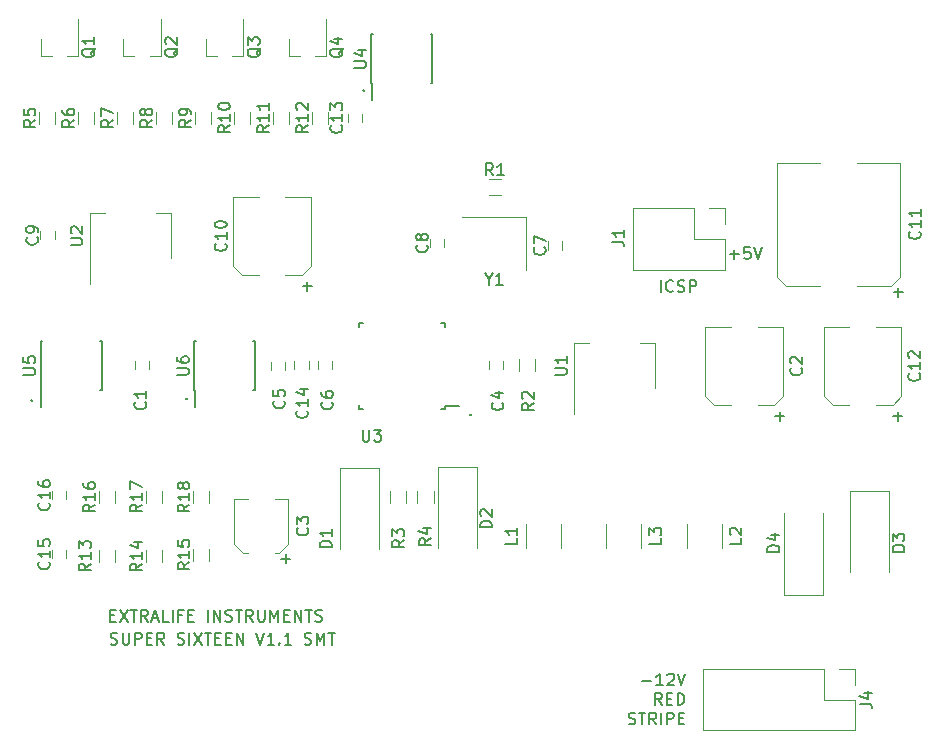
<source format=gbr>
G04 #@! TF.GenerationSoftware,KiCad,Pcbnew,(5.1.2)-1*
G04 #@! TF.CreationDate,2019-12-13T22:05:17-08:00*
G04 #@! TF.ProjectId,kicad-cpu-board-smt,6b696361-642d-4637-9075-2d626f617264,rev?*
G04 #@! TF.SameCoordinates,Original*
G04 #@! TF.FileFunction,Legend,Top*
G04 #@! TF.FilePolarity,Positive*
%FSLAX46Y46*%
G04 Gerber Fmt 4.6, Leading zero omitted, Abs format (unit mm)*
G04 Created by KiCad (PCBNEW (5.1.2)-1) date 2019-12-13 22:05:17*
%MOMM*%
%LPD*%
G04 APERTURE LIST*
%ADD10C,0.150000*%
%ADD11C,0.120000*%
G04 APERTURE END LIST*
D10*
X42753280Y-22630402D02*
X42800899Y-22678021D01*
X42753280Y-22725640D01*
X42705660Y-22678021D01*
X42753280Y-22630402D01*
X42753280Y-22725640D01*
X51841400Y-50085262D02*
X51889019Y-50132881D01*
X51841400Y-50180500D01*
X51793780Y-50132881D01*
X51841400Y-50085262D01*
X51841400Y-50180500D01*
X14660880Y-48883842D02*
X14708499Y-48931461D01*
X14660880Y-48979080D01*
X14613260Y-48931461D01*
X14660880Y-48883842D01*
X14660880Y-48979080D01*
X27795220Y-48721282D02*
X27842839Y-48768901D01*
X27795220Y-48816520D01*
X27747600Y-48768901D01*
X27795220Y-48721282D01*
X27795220Y-48816520D01*
X67923809Y-39752380D02*
X67923809Y-38752380D01*
X68971428Y-39657142D02*
X68923809Y-39704761D01*
X68780952Y-39752380D01*
X68685714Y-39752380D01*
X68542857Y-39704761D01*
X68447619Y-39609523D01*
X68400000Y-39514285D01*
X68352380Y-39323809D01*
X68352380Y-39180952D01*
X68400000Y-38990476D01*
X68447619Y-38895238D01*
X68542857Y-38800000D01*
X68685714Y-38752380D01*
X68780952Y-38752380D01*
X68923809Y-38800000D01*
X68971428Y-38847619D01*
X69352380Y-39704761D02*
X69495238Y-39752380D01*
X69733333Y-39752380D01*
X69828571Y-39704761D01*
X69876190Y-39657142D01*
X69923809Y-39561904D01*
X69923809Y-39466666D01*
X69876190Y-39371428D01*
X69828571Y-39323809D01*
X69733333Y-39276190D01*
X69542857Y-39228571D01*
X69447619Y-39180952D01*
X69400000Y-39133333D01*
X69352380Y-39038095D01*
X69352380Y-38942857D01*
X69400000Y-38847619D01*
X69447619Y-38800000D01*
X69542857Y-38752380D01*
X69780952Y-38752380D01*
X69923809Y-38800000D01*
X70352380Y-39752380D02*
X70352380Y-38752380D01*
X70733333Y-38752380D01*
X70828571Y-38800000D01*
X70876190Y-38847619D01*
X70923809Y-38942857D01*
X70923809Y-39085714D01*
X70876190Y-39180952D01*
X70828571Y-39228571D01*
X70733333Y-39276190D01*
X70352380Y-39276190D01*
X73764285Y-36571428D02*
X74526190Y-36571428D01*
X74145238Y-36952380D02*
X74145238Y-36190476D01*
X75478571Y-35952380D02*
X75002380Y-35952380D01*
X74954761Y-36428571D01*
X75002380Y-36380952D01*
X75097619Y-36333333D01*
X75335714Y-36333333D01*
X75430952Y-36380952D01*
X75478571Y-36428571D01*
X75526190Y-36523809D01*
X75526190Y-36761904D01*
X75478571Y-36857142D01*
X75430952Y-36904761D01*
X75335714Y-36952380D01*
X75097619Y-36952380D01*
X75002380Y-36904761D01*
X74954761Y-36857142D01*
X75811904Y-35952380D02*
X76145238Y-36952380D01*
X76478571Y-35952380D01*
X66340595Y-72671428D02*
X67102500Y-72671428D01*
X68102500Y-73052380D02*
X67531071Y-73052380D01*
X67816785Y-73052380D02*
X67816785Y-72052380D01*
X67721547Y-72195238D01*
X67626309Y-72290476D01*
X67531071Y-72338095D01*
X68483452Y-72147619D02*
X68531071Y-72100000D01*
X68626309Y-72052380D01*
X68864404Y-72052380D01*
X68959642Y-72100000D01*
X69007261Y-72147619D01*
X69054880Y-72242857D01*
X69054880Y-72338095D01*
X69007261Y-72480952D01*
X68435833Y-73052380D01*
X69054880Y-73052380D01*
X69340595Y-72052380D02*
X69673928Y-73052380D01*
X70007261Y-72052380D01*
X68007261Y-74702380D02*
X67673928Y-74226190D01*
X67435833Y-74702380D02*
X67435833Y-73702380D01*
X67816785Y-73702380D01*
X67912023Y-73750000D01*
X67959642Y-73797619D01*
X68007261Y-73892857D01*
X68007261Y-74035714D01*
X67959642Y-74130952D01*
X67912023Y-74178571D01*
X67816785Y-74226190D01*
X67435833Y-74226190D01*
X68435833Y-74178571D02*
X68769166Y-74178571D01*
X68912023Y-74702380D02*
X68435833Y-74702380D01*
X68435833Y-73702380D01*
X68912023Y-73702380D01*
X69340595Y-74702380D02*
X69340595Y-73702380D01*
X69578690Y-73702380D01*
X69721547Y-73750000D01*
X69816785Y-73845238D01*
X69864404Y-73940476D01*
X69912023Y-74130952D01*
X69912023Y-74273809D01*
X69864404Y-74464285D01*
X69816785Y-74559523D01*
X69721547Y-74654761D01*
X69578690Y-74702380D01*
X69340595Y-74702380D01*
X65197738Y-76304761D02*
X65340595Y-76352380D01*
X65578690Y-76352380D01*
X65673928Y-76304761D01*
X65721547Y-76257142D01*
X65769166Y-76161904D01*
X65769166Y-76066666D01*
X65721547Y-75971428D01*
X65673928Y-75923809D01*
X65578690Y-75876190D01*
X65388214Y-75828571D01*
X65292976Y-75780952D01*
X65245357Y-75733333D01*
X65197738Y-75638095D01*
X65197738Y-75542857D01*
X65245357Y-75447619D01*
X65292976Y-75400000D01*
X65388214Y-75352380D01*
X65626309Y-75352380D01*
X65769166Y-75400000D01*
X66054880Y-75352380D02*
X66626309Y-75352380D01*
X66340595Y-76352380D02*
X66340595Y-75352380D01*
X67531071Y-76352380D02*
X67197738Y-75876190D01*
X66959642Y-76352380D02*
X66959642Y-75352380D01*
X67340595Y-75352380D01*
X67435833Y-75400000D01*
X67483452Y-75447619D01*
X67531071Y-75542857D01*
X67531071Y-75685714D01*
X67483452Y-75780952D01*
X67435833Y-75828571D01*
X67340595Y-75876190D01*
X66959642Y-75876190D01*
X67959642Y-76352380D02*
X67959642Y-75352380D01*
X68435833Y-76352380D02*
X68435833Y-75352380D01*
X68816785Y-75352380D01*
X68912023Y-75400000D01*
X68959642Y-75447619D01*
X69007261Y-75542857D01*
X69007261Y-75685714D01*
X68959642Y-75780952D01*
X68912023Y-75828571D01*
X68816785Y-75876190D01*
X68435833Y-75876190D01*
X69435833Y-75828571D02*
X69769166Y-75828571D01*
X69912023Y-76352380D02*
X69435833Y-76352380D01*
X69435833Y-75352380D01*
X69912023Y-75352380D01*
X21347619Y-69554761D02*
X21490476Y-69602380D01*
X21728571Y-69602380D01*
X21823809Y-69554761D01*
X21871428Y-69507142D01*
X21919047Y-69411904D01*
X21919047Y-69316666D01*
X21871428Y-69221428D01*
X21823809Y-69173809D01*
X21728571Y-69126190D01*
X21538095Y-69078571D01*
X21442857Y-69030952D01*
X21395238Y-68983333D01*
X21347619Y-68888095D01*
X21347619Y-68792857D01*
X21395238Y-68697619D01*
X21442857Y-68650000D01*
X21538095Y-68602380D01*
X21776190Y-68602380D01*
X21919047Y-68650000D01*
X22347619Y-68602380D02*
X22347619Y-69411904D01*
X22395238Y-69507142D01*
X22442857Y-69554761D01*
X22538095Y-69602380D01*
X22728571Y-69602380D01*
X22823809Y-69554761D01*
X22871428Y-69507142D01*
X22919047Y-69411904D01*
X22919047Y-68602380D01*
X23395238Y-69602380D02*
X23395238Y-68602380D01*
X23776190Y-68602380D01*
X23871428Y-68650000D01*
X23919047Y-68697619D01*
X23966666Y-68792857D01*
X23966666Y-68935714D01*
X23919047Y-69030952D01*
X23871428Y-69078571D01*
X23776190Y-69126190D01*
X23395238Y-69126190D01*
X24395238Y-69078571D02*
X24728571Y-69078571D01*
X24871428Y-69602380D02*
X24395238Y-69602380D01*
X24395238Y-68602380D01*
X24871428Y-68602380D01*
X25871428Y-69602380D02*
X25538095Y-69126190D01*
X25300000Y-69602380D02*
X25300000Y-68602380D01*
X25680952Y-68602380D01*
X25776190Y-68650000D01*
X25823809Y-68697619D01*
X25871428Y-68792857D01*
X25871428Y-68935714D01*
X25823809Y-69030952D01*
X25776190Y-69078571D01*
X25680952Y-69126190D01*
X25300000Y-69126190D01*
X27014285Y-69554761D02*
X27157142Y-69602380D01*
X27395238Y-69602380D01*
X27490476Y-69554761D01*
X27538095Y-69507142D01*
X27585714Y-69411904D01*
X27585714Y-69316666D01*
X27538095Y-69221428D01*
X27490476Y-69173809D01*
X27395238Y-69126190D01*
X27204761Y-69078571D01*
X27109523Y-69030952D01*
X27061904Y-68983333D01*
X27014285Y-68888095D01*
X27014285Y-68792857D01*
X27061904Y-68697619D01*
X27109523Y-68650000D01*
X27204761Y-68602380D01*
X27442857Y-68602380D01*
X27585714Y-68650000D01*
X28014285Y-69602380D02*
X28014285Y-68602380D01*
X28395238Y-68602380D02*
X29061904Y-69602380D01*
X29061904Y-68602380D02*
X28395238Y-69602380D01*
X29300000Y-68602380D02*
X29871428Y-68602380D01*
X29585714Y-69602380D02*
X29585714Y-68602380D01*
X30204761Y-69078571D02*
X30538095Y-69078571D01*
X30680952Y-69602380D02*
X30204761Y-69602380D01*
X30204761Y-68602380D01*
X30680952Y-68602380D01*
X31109523Y-69078571D02*
X31442857Y-69078571D01*
X31585714Y-69602380D02*
X31109523Y-69602380D01*
X31109523Y-68602380D01*
X31585714Y-68602380D01*
X32014285Y-69602380D02*
X32014285Y-68602380D01*
X32585714Y-69602380D01*
X32585714Y-68602380D01*
X33680952Y-68602380D02*
X34014285Y-69602380D01*
X34347619Y-68602380D01*
X35204761Y-69602380D02*
X34633333Y-69602380D01*
X34919047Y-69602380D02*
X34919047Y-68602380D01*
X34823809Y-68745238D01*
X34728571Y-68840476D01*
X34633333Y-68888095D01*
X35633333Y-69507142D02*
X35680952Y-69554761D01*
X35633333Y-69602380D01*
X35585714Y-69554761D01*
X35633333Y-69507142D01*
X35633333Y-69602380D01*
X36633333Y-69602380D02*
X36061904Y-69602380D01*
X36347619Y-69602380D02*
X36347619Y-68602380D01*
X36252380Y-68745238D01*
X36157142Y-68840476D01*
X36061904Y-68888095D01*
X37776190Y-69554761D02*
X37919047Y-69602380D01*
X38157142Y-69602380D01*
X38252380Y-69554761D01*
X38299999Y-69507142D01*
X38347619Y-69411904D01*
X38347619Y-69316666D01*
X38299999Y-69221428D01*
X38252380Y-69173809D01*
X38157142Y-69126190D01*
X37966666Y-69078571D01*
X37871428Y-69030952D01*
X37823809Y-68983333D01*
X37776190Y-68888095D01*
X37776190Y-68792857D01*
X37823809Y-68697619D01*
X37871428Y-68650000D01*
X37966666Y-68602380D01*
X38204761Y-68602380D01*
X38347619Y-68650000D01*
X38776190Y-69602380D02*
X38776190Y-68602380D01*
X39109523Y-69316666D01*
X39442857Y-68602380D01*
X39442857Y-69602380D01*
X39776190Y-68602380D02*
X40347619Y-68602380D01*
X40061904Y-69602380D02*
X40061904Y-68602380D01*
X21297619Y-67128571D02*
X21630952Y-67128571D01*
X21773809Y-67652380D02*
X21297619Y-67652380D01*
X21297619Y-66652380D01*
X21773809Y-66652380D01*
X22107142Y-66652380D02*
X22773809Y-67652380D01*
X22773809Y-66652380D02*
X22107142Y-67652380D01*
X23011904Y-66652380D02*
X23583333Y-66652380D01*
X23297619Y-67652380D02*
X23297619Y-66652380D01*
X24488095Y-67652380D02*
X24154761Y-67176190D01*
X23916666Y-67652380D02*
X23916666Y-66652380D01*
X24297619Y-66652380D01*
X24392857Y-66700000D01*
X24440476Y-66747619D01*
X24488095Y-66842857D01*
X24488095Y-66985714D01*
X24440476Y-67080952D01*
X24392857Y-67128571D01*
X24297619Y-67176190D01*
X23916666Y-67176190D01*
X24869047Y-67366666D02*
X25345238Y-67366666D01*
X24773809Y-67652380D02*
X25107142Y-66652380D01*
X25440476Y-67652380D01*
X26250000Y-67652380D02*
X25773809Y-67652380D01*
X25773809Y-66652380D01*
X26583333Y-67652380D02*
X26583333Y-66652380D01*
X27392857Y-67128571D02*
X27059523Y-67128571D01*
X27059523Y-67652380D02*
X27059523Y-66652380D01*
X27535714Y-66652380D01*
X27916666Y-67128571D02*
X28250000Y-67128571D01*
X28392857Y-67652380D02*
X27916666Y-67652380D01*
X27916666Y-66652380D01*
X28392857Y-66652380D01*
X29583333Y-67652380D02*
X29583333Y-66652380D01*
X30059523Y-67652380D02*
X30059523Y-66652380D01*
X30630952Y-67652380D01*
X30630952Y-66652380D01*
X31059523Y-67604761D02*
X31202380Y-67652380D01*
X31440476Y-67652380D01*
X31535714Y-67604761D01*
X31583333Y-67557142D01*
X31630952Y-67461904D01*
X31630952Y-67366666D01*
X31583333Y-67271428D01*
X31535714Y-67223809D01*
X31440476Y-67176190D01*
X31250000Y-67128571D01*
X31154761Y-67080952D01*
X31107142Y-67033333D01*
X31059523Y-66938095D01*
X31059523Y-66842857D01*
X31107142Y-66747619D01*
X31154761Y-66700000D01*
X31250000Y-66652380D01*
X31488095Y-66652380D01*
X31630952Y-66700000D01*
X31916666Y-66652380D02*
X32488095Y-66652380D01*
X32202380Y-67652380D02*
X32202380Y-66652380D01*
X33392857Y-67652380D02*
X33059523Y-67176190D01*
X32821428Y-67652380D02*
X32821428Y-66652380D01*
X33202380Y-66652380D01*
X33297619Y-66700000D01*
X33345238Y-66747619D01*
X33392857Y-66842857D01*
X33392857Y-66985714D01*
X33345238Y-67080952D01*
X33297619Y-67128571D01*
X33202380Y-67176190D01*
X32821428Y-67176190D01*
X33821428Y-66652380D02*
X33821428Y-67461904D01*
X33869047Y-67557142D01*
X33916666Y-67604761D01*
X34011904Y-67652380D01*
X34202380Y-67652380D01*
X34297619Y-67604761D01*
X34345238Y-67557142D01*
X34392857Y-67461904D01*
X34392857Y-66652380D01*
X34869047Y-67652380D02*
X34869047Y-66652380D01*
X35202380Y-67366666D01*
X35535714Y-66652380D01*
X35535714Y-67652380D01*
X36011904Y-67128571D02*
X36345238Y-67128571D01*
X36488095Y-67652380D02*
X36011904Y-67652380D01*
X36011904Y-66652380D01*
X36488095Y-66652380D01*
X36916666Y-67652380D02*
X36916666Y-66652380D01*
X37488095Y-67652380D01*
X37488095Y-66652380D01*
X37821428Y-66652380D02*
X38392857Y-66652380D01*
X38107142Y-67652380D02*
X38107142Y-66652380D01*
X38678571Y-67604761D02*
X38821428Y-67652380D01*
X39059523Y-67652380D01*
X39154761Y-67604761D01*
X39202380Y-67557142D01*
X39249999Y-67461904D01*
X39249999Y-67366666D01*
X39202380Y-67271428D01*
X39154761Y-67223809D01*
X39059523Y-67176190D01*
X38869047Y-67128571D01*
X38773809Y-67080952D01*
X38726190Y-67033333D01*
X38678571Y-66938095D01*
X38678571Y-66842857D01*
X38726190Y-66747619D01*
X38773809Y-66700000D01*
X38869047Y-66652380D01*
X39107142Y-66652380D01*
X39249999Y-66700000D01*
X15425000Y-48075000D02*
X15475000Y-48075000D01*
X15425000Y-43925000D02*
X15570000Y-43925000D01*
X20575000Y-43925000D02*
X20430000Y-43925000D01*
X20575000Y-48075000D02*
X20430000Y-48075000D01*
X15425000Y-48075000D02*
X15425000Y-43925000D01*
X20575000Y-48075000D02*
X20575000Y-43925000D01*
X15475000Y-48075000D02*
X15475000Y-49475000D01*
D11*
X78550000Y-39210000D02*
X81440000Y-39210000D01*
X87450000Y-39210000D02*
X84560000Y-39210000D01*
X88210000Y-28790000D02*
X84560000Y-28790000D01*
X77790000Y-28790000D02*
X81440000Y-28790000D01*
X88210000Y-28790000D02*
X88210000Y-38450000D01*
X88210000Y-38450000D02*
X87450000Y-39210000D01*
X78550000Y-39210000D02*
X77790000Y-38450000D01*
X77790000Y-38450000D02*
X77790000Y-28790000D01*
D10*
X49625000Y-49625000D02*
X49625000Y-49400000D01*
X42375000Y-49625000D02*
X42375000Y-49325000D01*
X42375000Y-42375000D02*
X42375000Y-42675000D01*
X49625000Y-42375000D02*
X49625000Y-42675000D01*
X49625000Y-49625000D02*
X49325000Y-49625000D01*
X49625000Y-42375000D02*
X49325000Y-42375000D01*
X42375000Y-42375000D02*
X42675000Y-42375000D01*
X42375000Y-49625000D02*
X42675000Y-49625000D01*
X49625000Y-49400000D02*
X50850000Y-49400000D01*
D11*
X56522600Y-37891280D02*
X56522600Y-33391280D01*
X56522600Y-33391280D02*
X51122600Y-33391280D01*
X63320000Y-61400000D02*
X63320000Y-59400000D01*
X66280000Y-59400000D02*
X66280000Y-61400000D01*
X70120000Y-61400000D02*
X70120000Y-59400000D01*
X73080000Y-59400000D02*
X73080000Y-61400000D01*
X59480000Y-59400000D02*
X59480000Y-61400000D01*
X56520000Y-61400000D02*
X56520000Y-59400000D01*
X78350000Y-65400000D02*
X81650000Y-65400000D01*
X81650000Y-65400000D02*
X81650000Y-58500000D01*
X78350000Y-65400000D02*
X78350000Y-58500000D01*
X87250540Y-56587940D02*
X83950540Y-56587940D01*
X83950540Y-56587940D02*
X83950540Y-63487940D01*
X87250540Y-56587940D02*
X87250540Y-63487940D01*
X52328080Y-54538160D02*
X49028080Y-54538160D01*
X49028080Y-54538160D02*
X49028080Y-61438160D01*
X52328080Y-54538160D02*
X52328080Y-61438160D01*
X44095940Y-54627060D02*
X40795940Y-54627060D01*
X40795940Y-54627060D02*
X40795940Y-61527060D01*
X44095940Y-54627060D02*
X44095940Y-61527060D01*
X37540000Y-38300000D02*
X36120000Y-38300000D01*
X38300000Y-31700000D02*
X36120000Y-31700000D01*
X31700000Y-31700000D02*
X33880000Y-31700000D01*
X32460000Y-38300000D02*
X33880000Y-38300000D01*
X38300000Y-31700000D02*
X38300000Y-37540000D01*
X38300000Y-37540000D02*
X37540000Y-38300000D01*
X32460000Y-38300000D02*
X31700000Y-37540000D01*
X31700000Y-37540000D02*
X31700000Y-31700000D01*
X65590000Y-32670000D02*
X65590000Y-37870000D01*
X70730000Y-32670000D02*
X65590000Y-32670000D01*
X73330000Y-37870000D02*
X65590000Y-37870000D01*
X70730000Y-32670000D02*
X70730000Y-35270000D01*
X70730000Y-35270000D02*
X73330000Y-35270000D01*
X73330000Y-35270000D02*
X73330000Y-37870000D01*
X72000000Y-32670000D02*
X73330000Y-32670000D01*
X73330000Y-32670000D02*
X73330000Y-34000000D01*
D10*
X28425000Y-48075000D02*
X28475000Y-48075000D01*
X28425000Y-43925000D02*
X28570000Y-43925000D01*
X33575000Y-43925000D02*
X33430000Y-43925000D01*
X33575000Y-48075000D02*
X33430000Y-48075000D01*
X28425000Y-48075000D02*
X28425000Y-43925000D01*
X33575000Y-48075000D02*
X33575000Y-43925000D01*
X28475000Y-48075000D02*
X28475000Y-49475000D01*
X43425000Y-22075000D02*
X43475000Y-22075000D01*
X43425000Y-17925000D02*
X43570000Y-17925000D01*
X48575000Y-17925000D02*
X48430000Y-17925000D01*
X48575000Y-22075000D02*
X48430000Y-22075000D01*
X43425000Y-22075000D02*
X43425000Y-17925000D01*
X48575000Y-22075000D02*
X48575000Y-17925000D01*
X43475000Y-22075000D02*
X43475000Y-23475000D01*
D11*
X26410000Y-33090000D02*
X25150000Y-33090000D01*
X19590000Y-33090000D02*
X20850000Y-33090000D01*
X26410000Y-36850000D02*
X26410000Y-33090000D01*
X19590000Y-39100000D02*
X19590000Y-33090000D01*
X67410000Y-44090000D02*
X66150000Y-44090000D01*
X60590000Y-44090000D02*
X61850000Y-44090000D01*
X67410000Y-47850000D02*
X67410000Y-44090000D01*
X60590000Y-50100000D02*
X60590000Y-44090000D01*
X29680000Y-56600000D02*
X29680000Y-57600000D01*
X28320000Y-57600000D02*
X28320000Y-56600000D01*
X25680000Y-56600000D02*
X25680000Y-57600000D01*
X24320000Y-57600000D02*
X24320000Y-56600000D01*
X21680000Y-56600000D02*
X21680000Y-57600000D01*
X20320000Y-57600000D02*
X20320000Y-56600000D01*
X29680000Y-61500000D02*
X29680000Y-62500000D01*
X28320000Y-62500000D02*
X28320000Y-61500000D01*
X25680000Y-61600000D02*
X25680000Y-62600000D01*
X24320000Y-62600000D02*
X24320000Y-61600000D01*
X21680000Y-61600000D02*
X21680000Y-62600000D01*
X20320000Y-62600000D02*
X20320000Y-61600000D01*
X39715000Y-24500000D02*
X39715000Y-25500000D01*
X38355000Y-25500000D02*
X38355000Y-24500000D01*
X36419284Y-24500000D02*
X36419284Y-25500000D01*
X35059284Y-25500000D02*
X35059284Y-24500000D01*
X33123570Y-24500000D02*
X33123570Y-25500000D01*
X31763570Y-25500000D02*
X31763570Y-24500000D01*
X29827856Y-24500000D02*
X29827856Y-25500000D01*
X28467856Y-25500000D02*
X28467856Y-24500000D01*
X26532142Y-24500000D02*
X26532142Y-25500000D01*
X25172142Y-25500000D02*
X25172142Y-24500000D01*
X23236428Y-24500000D02*
X23236428Y-25500000D01*
X21876428Y-25500000D02*
X21876428Y-24500000D01*
X19940714Y-24500000D02*
X19940714Y-25500000D01*
X18580714Y-25500000D02*
X18580714Y-24500000D01*
X16645000Y-24500000D02*
X16645000Y-25500000D01*
X15285000Y-25500000D02*
X15285000Y-24500000D01*
X48680000Y-56600000D02*
X48680000Y-57600000D01*
X47320000Y-57600000D02*
X47320000Y-56600000D01*
X46369520Y-56596660D02*
X46369520Y-57596660D01*
X45009520Y-57596660D02*
X45009520Y-56596660D01*
X55895960Y-46448600D02*
X55895960Y-45448600D01*
X57255960Y-45448600D02*
X57255960Y-46448600D01*
X54368320Y-31533380D02*
X53368320Y-31533380D01*
X53368320Y-30173380D02*
X54368320Y-30173380D01*
X36420000Y-19760000D02*
X37350000Y-19760000D01*
X39580000Y-19760000D02*
X38650000Y-19760000D01*
X39580000Y-19760000D02*
X39580000Y-16600000D01*
X36420000Y-19760000D02*
X36420000Y-18300000D01*
X29420000Y-19760000D02*
X30350000Y-19760000D01*
X32580000Y-19760000D02*
X31650000Y-19760000D01*
X32580000Y-19760000D02*
X32580000Y-16600000D01*
X29420000Y-19760000D02*
X29420000Y-18300000D01*
X22420000Y-19760000D02*
X23350000Y-19760000D01*
X25580000Y-19760000D02*
X24650000Y-19760000D01*
X25580000Y-19760000D02*
X25580000Y-16600000D01*
X22420000Y-19760000D02*
X22420000Y-18300000D01*
X15420000Y-19760000D02*
X16350000Y-19760000D01*
X18580000Y-19760000D02*
X17650000Y-19760000D01*
X18580000Y-19760000D02*
X18580000Y-16600000D01*
X15420000Y-19760000D02*
X15420000Y-18300000D01*
X71510000Y-71670000D02*
X71510000Y-76870000D01*
X81730000Y-71670000D02*
X71510000Y-71670000D01*
X84330000Y-76870000D02*
X71510000Y-76870000D01*
X81730000Y-71670000D02*
X81730000Y-74270000D01*
X81730000Y-74270000D02*
X84330000Y-74270000D01*
X84330000Y-74270000D02*
X84330000Y-76870000D01*
X83000000Y-71670000D02*
X84330000Y-71670000D01*
X84330000Y-71670000D02*
X84330000Y-73000000D01*
X16400000Y-57300000D02*
X16400000Y-56600000D01*
X17600000Y-56600000D02*
X17600000Y-57300000D01*
X16400000Y-62300000D02*
X16400000Y-61600000D01*
X17600000Y-61600000D02*
X17600000Y-62300000D01*
X36900000Y-46300000D02*
X36900000Y-45600000D01*
X38100000Y-45600000D02*
X38100000Y-46300000D01*
X42600000Y-24650000D02*
X42600000Y-25350000D01*
X41400000Y-25350000D02*
X41400000Y-24650000D01*
X87540000Y-49300000D02*
X86120000Y-49300000D01*
X88300000Y-42700000D02*
X86120000Y-42700000D01*
X81700000Y-42700000D02*
X83880000Y-42700000D01*
X82460000Y-49300000D02*
X83880000Y-49300000D01*
X88300000Y-42700000D02*
X88300000Y-48540000D01*
X88300000Y-48540000D02*
X87540000Y-49300000D01*
X82460000Y-49300000D02*
X81700000Y-48540000D01*
X81700000Y-48540000D02*
X81700000Y-42700000D01*
X15400000Y-35300000D02*
X15400000Y-34600000D01*
X16600000Y-34600000D02*
X16600000Y-35300000D01*
X48391520Y-35948100D02*
X48391520Y-35248100D01*
X49591520Y-35248100D02*
X49591520Y-35948100D01*
X58363560Y-36151340D02*
X58363560Y-35451340D01*
X59563560Y-35451340D02*
X59563560Y-36151340D01*
X38900000Y-46300000D02*
X38900000Y-45600000D01*
X40100000Y-45600000D02*
X40100000Y-46300000D01*
X34900000Y-46350000D02*
X34900000Y-45650000D01*
X36100000Y-45650000D02*
X36100000Y-46350000D01*
X53390240Y-46300000D02*
X53390240Y-45600000D01*
X54590240Y-45600000D02*
X54590240Y-46300000D01*
X32580000Y-61840000D02*
X32980000Y-61840000D01*
X31810000Y-57260000D02*
X32980000Y-57260000D01*
X36390000Y-57260000D02*
X35220000Y-57260000D01*
X35620000Y-61840000D02*
X35220000Y-61840000D01*
X36390000Y-61070000D02*
X36390000Y-57260000D01*
X36390000Y-61070000D02*
X35620000Y-61840000D01*
X31810000Y-61070000D02*
X31810000Y-57260000D01*
X31810000Y-61070000D02*
X32580000Y-61840000D01*
X77540000Y-49300000D02*
X76120000Y-49300000D01*
X78300000Y-42700000D02*
X76120000Y-42700000D01*
X71700000Y-42700000D02*
X73880000Y-42700000D01*
X72460000Y-49300000D02*
X73880000Y-49300000D01*
X78300000Y-42700000D02*
X78300000Y-48540000D01*
X78300000Y-48540000D02*
X77540000Y-49300000D01*
X72460000Y-49300000D02*
X71700000Y-48540000D01*
X71700000Y-48540000D02*
X71700000Y-42700000D01*
X23400000Y-46300000D02*
X23400000Y-45600000D01*
X24600000Y-45600000D02*
X24600000Y-46300000D01*
D10*
X13952380Y-46761904D02*
X14761904Y-46761904D01*
X14857142Y-46714285D01*
X14904761Y-46666666D01*
X14952380Y-46571428D01*
X14952380Y-46380952D01*
X14904761Y-46285714D01*
X14857142Y-46238095D01*
X14761904Y-46190476D01*
X13952380Y-46190476D01*
X13952380Y-45238095D02*
X13952380Y-45714285D01*
X14428571Y-45761904D01*
X14380952Y-45714285D01*
X14333333Y-45619047D01*
X14333333Y-45380952D01*
X14380952Y-45285714D01*
X14428571Y-45238095D01*
X14523809Y-45190476D01*
X14761904Y-45190476D01*
X14857142Y-45238095D01*
X14904761Y-45285714D01*
X14952380Y-45380952D01*
X14952380Y-45619047D01*
X14904761Y-45714285D01*
X14857142Y-45761904D01*
X89817142Y-34642857D02*
X89864761Y-34690476D01*
X89912380Y-34833333D01*
X89912380Y-34928571D01*
X89864761Y-35071428D01*
X89769523Y-35166666D01*
X89674285Y-35214285D01*
X89483809Y-35261904D01*
X89340952Y-35261904D01*
X89150476Y-35214285D01*
X89055238Y-35166666D01*
X88960000Y-35071428D01*
X88912380Y-34928571D01*
X88912380Y-34833333D01*
X88960000Y-34690476D01*
X89007619Y-34642857D01*
X89912380Y-33690476D02*
X89912380Y-34261904D01*
X89912380Y-33976190D02*
X88912380Y-33976190D01*
X89055238Y-34071428D01*
X89150476Y-34166666D01*
X89198095Y-34261904D01*
X89912380Y-32738095D02*
X89912380Y-33309523D01*
X89912380Y-33023809D02*
X88912380Y-33023809D01*
X89055238Y-33119047D01*
X89150476Y-33214285D01*
X89198095Y-33309523D01*
X88041428Y-40160952D02*
X88041428Y-39399047D01*
X88422380Y-39780000D02*
X87660476Y-39780000D01*
X42682255Y-51413160D02*
X42682255Y-52222684D01*
X42729874Y-52317922D01*
X42777493Y-52365541D01*
X42872731Y-52413160D01*
X43063207Y-52413160D01*
X43158445Y-52365541D01*
X43206064Y-52317922D01*
X43253683Y-52222684D01*
X43253683Y-51413160D01*
X43634636Y-51413160D02*
X44253683Y-51413160D01*
X43920350Y-51794113D01*
X44063207Y-51794113D01*
X44158445Y-51841732D01*
X44206064Y-51889351D01*
X44253683Y-51984589D01*
X44253683Y-52222684D01*
X44206064Y-52317922D01*
X44158445Y-52365541D01*
X44063207Y-52413160D01*
X43777493Y-52413160D01*
X43682255Y-52365541D01*
X43634636Y-52317922D01*
X53346409Y-38667470D02*
X53346409Y-39143660D01*
X53013076Y-38143660D02*
X53346409Y-38667470D01*
X53679742Y-38143660D01*
X54536885Y-39143660D02*
X53965457Y-39143660D01*
X54251171Y-39143660D02*
X54251171Y-38143660D01*
X54155933Y-38286518D01*
X54060695Y-38381756D01*
X53965457Y-38429375D01*
X67952380Y-60566666D02*
X67952380Y-61042857D01*
X66952380Y-61042857D01*
X66952380Y-60328571D02*
X66952380Y-59709523D01*
X67333333Y-60042857D01*
X67333333Y-59900000D01*
X67380952Y-59804761D01*
X67428571Y-59757142D01*
X67523809Y-59709523D01*
X67761904Y-59709523D01*
X67857142Y-59757142D01*
X67904761Y-59804761D01*
X67952380Y-59900000D01*
X67952380Y-60185714D01*
X67904761Y-60280952D01*
X67857142Y-60328571D01*
X74752380Y-60566666D02*
X74752380Y-61042857D01*
X73752380Y-61042857D01*
X73847619Y-60280952D02*
X73800000Y-60233333D01*
X73752380Y-60138095D01*
X73752380Y-59900000D01*
X73800000Y-59804761D01*
X73847619Y-59757142D01*
X73942857Y-59709523D01*
X74038095Y-59709523D01*
X74180952Y-59757142D01*
X74752380Y-60328571D01*
X74752380Y-59709523D01*
X55752380Y-60566666D02*
X55752380Y-61042857D01*
X54752380Y-61042857D01*
X55752380Y-59709523D02*
X55752380Y-60280952D01*
X55752380Y-59995238D02*
X54752380Y-59995238D01*
X54895238Y-60090476D01*
X54990476Y-60185714D01*
X55038095Y-60280952D01*
X77952380Y-61738095D02*
X76952380Y-61738095D01*
X76952380Y-61500000D01*
X77000000Y-61357142D01*
X77095238Y-61261904D01*
X77190476Y-61214285D01*
X77380952Y-61166666D01*
X77523809Y-61166666D01*
X77714285Y-61214285D01*
X77809523Y-61261904D01*
X77904761Y-61357142D01*
X77952380Y-61500000D01*
X77952380Y-61738095D01*
X77285714Y-60309523D02*
X77952380Y-60309523D01*
X76904761Y-60547619D02*
X77619047Y-60785714D01*
X77619047Y-60166666D01*
X88552920Y-61726035D02*
X87552920Y-61726035D01*
X87552920Y-61487940D01*
X87600540Y-61345082D01*
X87695778Y-61249844D01*
X87791016Y-61202225D01*
X87981492Y-61154606D01*
X88124349Y-61154606D01*
X88314825Y-61202225D01*
X88410063Y-61249844D01*
X88505301Y-61345082D01*
X88552920Y-61487940D01*
X88552920Y-61726035D01*
X87552920Y-60821273D02*
X87552920Y-60202225D01*
X87933873Y-60535559D01*
X87933873Y-60392701D01*
X87981492Y-60297463D01*
X88029111Y-60249844D01*
X88124349Y-60202225D01*
X88362444Y-60202225D01*
X88457682Y-60249844D01*
X88505301Y-60297463D01*
X88552920Y-60392701D01*
X88552920Y-60678416D01*
X88505301Y-60773654D01*
X88457682Y-60821273D01*
X53630460Y-59676255D02*
X52630460Y-59676255D01*
X52630460Y-59438160D01*
X52678080Y-59295302D01*
X52773318Y-59200064D01*
X52868556Y-59152445D01*
X53059032Y-59104826D01*
X53201889Y-59104826D01*
X53392365Y-59152445D01*
X53487603Y-59200064D01*
X53582841Y-59295302D01*
X53630460Y-59438160D01*
X53630460Y-59676255D01*
X52725699Y-58723874D02*
X52678080Y-58676255D01*
X52630460Y-58581017D01*
X52630460Y-58342921D01*
X52678080Y-58247683D01*
X52725699Y-58200064D01*
X52820937Y-58152445D01*
X52916175Y-58152445D01*
X53059032Y-58200064D01*
X53630460Y-58771493D01*
X53630460Y-58152445D01*
X40048440Y-61365355D02*
X39048440Y-61365355D01*
X39048440Y-61127260D01*
X39096060Y-60984402D01*
X39191298Y-60889164D01*
X39286536Y-60841545D01*
X39477012Y-60793926D01*
X39619869Y-60793926D01*
X39810345Y-60841545D01*
X39905583Y-60889164D01*
X40000821Y-60984402D01*
X40048440Y-61127260D01*
X40048440Y-61365355D01*
X40048440Y-59841545D02*
X40048440Y-60412974D01*
X40048440Y-60127260D02*
X39048440Y-60127260D01*
X39191298Y-60222498D01*
X39286536Y-60317736D01*
X39334155Y-60412974D01*
X31057142Y-35642857D02*
X31104761Y-35690476D01*
X31152380Y-35833333D01*
X31152380Y-35928571D01*
X31104761Y-36071428D01*
X31009523Y-36166666D01*
X30914285Y-36214285D01*
X30723809Y-36261904D01*
X30580952Y-36261904D01*
X30390476Y-36214285D01*
X30295238Y-36166666D01*
X30200000Y-36071428D01*
X30152380Y-35928571D01*
X30152380Y-35833333D01*
X30200000Y-35690476D01*
X30247619Y-35642857D01*
X31152380Y-34690476D02*
X31152380Y-35261904D01*
X31152380Y-34976190D02*
X30152380Y-34976190D01*
X30295238Y-35071428D01*
X30390476Y-35166666D01*
X30438095Y-35261904D01*
X30152380Y-34071428D02*
X30152380Y-33976190D01*
X30200000Y-33880952D01*
X30247619Y-33833333D01*
X30342857Y-33785714D01*
X30533333Y-33738095D01*
X30771428Y-33738095D01*
X30961904Y-33785714D01*
X31057142Y-33833333D01*
X31104761Y-33880952D01*
X31152380Y-33976190D01*
X31152380Y-34071428D01*
X31104761Y-34166666D01*
X31057142Y-34214285D01*
X30961904Y-34261904D01*
X30771428Y-34309523D01*
X30533333Y-34309523D01*
X30342857Y-34261904D01*
X30247619Y-34214285D01*
X30200000Y-34166666D01*
X30152380Y-34071428D01*
X37981428Y-39660952D02*
X37981428Y-38899047D01*
X38362380Y-39280000D02*
X37600476Y-39280000D01*
X63802380Y-35483333D02*
X64516666Y-35483333D01*
X64659523Y-35530952D01*
X64754761Y-35626190D01*
X64802380Y-35769047D01*
X64802380Y-35864285D01*
X64802380Y-34483333D02*
X64802380Y-35054761D01*
X64802380Y-34769047D02*
X63802380Y-34769047D01*
X63945238Y-34864285D01*
X64040476Y-34959523D01*
X64088095Y-35054761D01*
X26952380Y-46761904D02*
X27761904Y-46761904D01*
X27857142Y-46714285D01*
X27904761Y-46666666D01*
X27952380Y-46571428D01*
X27952380Y-46380952D01*
X27904761Y-46285714D01*
X27857142Y-46238095D01*
X27761904Y-46190476D01*
X26952380Y-46190476D01*
X26952380Y-45285714D02*
X26952380Y-45476190D01*
X27000000Y-45571428D01*
X27047619Y-45619047D01*
X27190476Y-45714285D01*
X27380952Y-45761904D01*
X27761904Y-45761904D01*
X27857142Y-45714285D01*
X27904761Y-45666666D01*
X27952380Y-45571428D01*
X27952380Y-45380952D01*
X27904761Y-45285714D01*
X27857142Y-45238095D01*
X27761904Y-45190476D01*
X27523809Y-45190476D01*
X27428571Y-45238095D01*
X27380952Y-45285714D01*
X27333333Y-45380952D01*
X27333333Y-45571428D01*
X27380952Y-45666666D01*
X27428571Y-45714285D01*
X27523809Y-45761904D01*
X41952380Y-20761904D02*
X42761904Y-20761904D01*
X42857142Y-20714285D01*
X42904761Y-20666666D01*
X42952380Y-20571428D01*
X42952380Y-20380952D01*
X42904761Y-20285714D01*
X42857142Y-20238095D01*
X42761904Y-20190476D01*
X41952380Y-20190476D01*
X42285714Y-19285714D02*
X42952380Y-19285714D01*
X41904761Y-19523809D02*
X42619047Y-19761904D01*
X42619047Y-19142857D01*
X17952380Y-35761904D02*
X18761904Y-35761904D01*
X18857142Y-35714285D01*
X18904761Y-35666666D01*
X18952380Y-35571428D01*
X18952380Y-35380952D01*
X18904761Y-35285714D01*
X18857142Y-35238095D01*
X18761904Y-35190476D01*
X17952380Y-35190476D01*
X18047619Y-34761904D02*
X18000000Y-34714285D01*
X17952380Y-34619047D01*
X17952380Y-34380952D01*
X18000000Y-34285714D01*
X18047619Y-34238095D01*
X18142857Y-34190476D01*
X18238095Y-34190476D01*
X18380952Y-34238095D01*
X18952380Y-34809523D01*
X18952380Y-34190476D01*
X58952380Y-46761904D02*
X59761904Y-46761904D01*
X59857142Y-46714285D01*
X59904761Y-46666666D01*
X59952380Y-46571428D01*
X59952380Y-46380952D01*
X59904761Y-46285714D01*
X59857142Y-46238095D01*
X59761904Y-46190476D01*
X58952380Y-46190476D01*
X59952380Y-45190476D02*
X59952380Y-45761904D01*
X59952380Y-45476190D02*
X58952380Y-45476190D01*
X59095238Y-45571428D01*
X59190476Y-45666666D01*
X59238095Y-45761904D01*
X28002380Y-57742857D02*
X27526190Y-58076190D01*
X28002380Y-58314285D02*
X27002380Y-58314285D01*
X27002380Y-57933333D01*
X27050000Y-57838095D01*
X27097619Y-57790476D01*
X27192857Y-57742857D01*
X27335714Y-57742857D01*
X27430952Y-57790476D01*
X27478571Y-57838095D01*
X27526190Y-57933333D01*
X27526190Y-58314285D01*
X28002380Y-56790476D02*
X28002380Y-57361904D01*
X28002380Y-57076190D02*
X27002380Y-57076190D01*
X27145238Y-57171428D01*
X27240476Y-57266666D01*
X27288095Y-57361904D01*
X27430952Y-56219047D02*
X27383333Y-56314285D01*
X27335714Y-56361904D01*
X27240476Y-56409523D01*
X27192857Y-56409523D01*
X27097619Y-56361904D01*
X27050000Y-56314285D01*
X27002380Y-56219047D01*
X27002380Y-56028571D01*
X27050000Y-55933333D01*
X27097619Y-55885714D01*
X27192857Y-55838095D01*
X27240476Y-55838095D01*
X27335714Y-55885714D01*
X27383333Y-55933333D01*
X27430952Y-56028571D01*
X27430952Y-56219047D01*
X27478571Y-56314285D01*
X27526190Y-56361904D01*
X27621428Y-56409523D01*
X27811904Y-56409523D01*
X27907142Y-56361904D01*
X27954761Y-56314285D01*
X28002380Y-56219047D01*
X28002380Y-56028571D01*
X27954761Y-55933333D01*
X27907142Y-55885714D01*
X27811904Y-55838095D01*
X27621428Y-55838095D01*
X27526190Y-55885714D01*
X27478571Y-55933333D01*
X27430952Y-56028571D01*
X24002380Y-57742857D02*
X23526190Y-58076190D01*
X24002380Y-58314285D02*
X23002380Y-58314285D01*
X23002380Y-57933333D01*
X23050000Y-57838095D01*
X23097619Y-57790476D01*
X23192857Y-57742857D01*
X23335714Y-57742857D01*
X23430952Y-57790476D01*
X23478571Y-57838095D01*
X23526190Y-57933333D01*
X23526190Y-58314285D01*
X24002380Y-56790476D02*
X24002380Y-57361904D01*
X24002380Y-57076190D02*
X23002380Y-57076190D01*
X23145238Y-57171428D01*
X23240476Y-57266666D01*
X23288095Y-57361904D01*
X23002380Y-56457142D02*
X23002380Y-55790476D01*
X24002380Y-56219047D01*
X20002380Y-57742857D02*
X19526190Y-58076190D01*
X20002380Y-58314285D02*
X19002380Y-58314285D01*
X19002380Y-57933333D01*
X19050000Y-57838095D01*
X19097619Y-57790476D01*
X19192857Y-57742857D01*
X19335714Y-57742857D01*
X19430952Y-57790476D01*
X19478571Y-57838095D01*
X19526190Y-57933333D01*
X19526190Y-58314285D01*
X20002380Y-56790476D02*
X20002380Y-57361904D01*
X20002380Y-57076190D02*
X19002380Y-57076190D01*
X19145238Y-57171428D01*
X19240476Y-57266666D01*
X19288095Y-57361904D01*
X19002380Y-55933333D02*
X19002380Y-56123809D01*
X19050000Y-56219047D01*
X19097619Y-56266666D01*
X19240476Y-56361904D01*
X19430952Y-56409523D01*
X19811904Y-56409523D01*
X19907142Y-56361904D01*
X19954761Y-56314285D01*
X20002380Y-56219047D01*
X20002380Y-56028571D01*
X19954761Y-55933333D01*
X19907142Y-55885714D01*
X19811904Y-55838095D01*
X19573809Y-55838095D01*
X19478571Y-55885714D01*
X19430952Y-55933333D01*
X19383333Y-56028571D01*
X19383333Y-56219047D01*
X19430952Y-56314285D01*
X19478571Y-56361904D01*
X19573809Y-56409523D01*
X28002380Y-62642857D02*
X27526190Y-62976190D01*
X28002380Y-63214285D02*
X27002380Y-63214285D01*
X27002380Y-62833333D01*
X27050000Y-62738095D01*
X27097619Y-62690476D01*
X27192857Y-62642857D01*
X27335714Y-62642857D01*
X27430952Y-62690476D01*
X27478571Y-62738095D01*
X27526190Y-62833333D01*
X27526190Y-63214285D01*
X28002380Y-61690476D02*
X28002380Y-62261904D01*
X28002380Y-61976190D02*
X27002380Y-61976190D01*
X27145238Y-62071428D01*
X27240476Y-62166666D01*
X27288095Y-62261904D01*
X27002380Y-60785714D02*
X27002380Y-61261904D01*
X27478571Y-61309523D01*
X27430952Y-61261904D01*
X27383333Y-61166666D01*
X27383333Y-60928571D01*
X27430952Y-60833333D01*
X27478571Y-60785714D01*
X27573809Y-60738095D01*
X27811904Y-60738095D01*
X27907142Y-60785714D01*
X27954761Y-60833333D01*
X28002380Y-60928571D01*
X28002380Y-61166666D01*
X27954761Y-61261904D01*
X27907142Y-61309523D01*
X24002380Y-62742857D02*
X23526190Y-63076190D01*
X24002380Y-63314285D02*
X23002380Y-63314285D01*
X23002380Y-62933333D01*
X23050000Y-62838095D01*
X23097619Y-62790476D01*
X23192857Y-62742857D01*
X23335714Y-62742857D01*
X23430952Y-62790476D01*
X23478571Y-62838095D01*
X23526190Y-62933333D01*
X23526190Y-63314285D01*
X24002380Y-61790476D02*
X24002380Y-62361904D01*
X24002380Y-62076190D02*
X23002380Y-62076190D01*
X23145238Y-62171428D01*
X23240476Y-62266666D01*
X23288095Y-62361904D01*
X23335714Y-60933333D02*
X24002380Y-60933333D01*
X22954761Y-61171428D02*
X23669047Y-61409523D01*
X23669047Y-60790476D01*
X19647380Y-62742857D02*
X19171190Y-63076190D01*
X19647380Y-63314285D02*
X18647380Y-63314285D01*
X18647380Y-62933333D01*
X18695000Y-62838095D01*
X18742619Y-62790476D01*
X18837857Y-62742857D01*
X18980714Y-62742857D01*
X19075952Y-62790476D01*
X19123571Y-62838095D01*
X19171190Y-62933333D01*
X19171190Y-63314285D01*
X19647380Y-61790476D02*
X19647380Y-62361904D01*
X19647380Y-62076190D02*
X18647380Y-62076190D01*
X18790238Y-62171428D01*
X18885476Y-62266666D01*
X18933095Y-62361904D01*
X18647380Y-61457142D02*
X18647380Y-60838095D01*
X19028333Y-61171428D01*
X19028333Y-61028571D01*
X19075952Y-60933333D01*
X19123571Y-60885714D01*
X19218809Y-60838095D01*
X19456904Y-60838095D01*
X19552142Y-60885714D01*
X19599761Y-60933333D01*
X19647380Y-61028571D01*
X19647380Y-61314285D01*
X19599761Y-61409523D01*
X19552142Y-61457142D01*
X38037380Y-25642857D02*
X37561190Y-25976190D01*
X38037380Y-26214285D02*
X37037380Y-26214285D01*
X37037380Y-25833333D01*
X37085000Y-25738095D01*
X37132619Y-25690476D01*
X37227857Y-25642857D01*
X37370714Y-25642857D01*
X37465952Y-25690476D01*
X37513571Y-25738095D01*
X37561190Y-25833333D01*
X37561190Y-26214285D01*
X38037380Y-24690476D02*
X38037380Y-25261904D01*
X38037380Y-24976190D02*
X37037380Y-24976190D01*
X37180238Y-25071428D01*
X37275476Y-25166666D01*
X37323095Y-25261904D01*
X37132619Y-24309523D02*
X37085000Y-24261904D01*
X37037380Y-24166666D01*
X37037380Y-23928571D01*
X37085000Y-23833333D01*
X37132619Y-23785714D01*
X37227857Y-23738095D01*
X37323095Y-23738095D01*
X37465952Y-23785714D01*
X38037380Y-24357142D01*
X38037380Y-23738095D01*
X34741664Y-25642857D02*
X34265474Y-25976190D01*
X34741664Y-26214285D02*
X33741664Y-26214285D01*
X33741664Y-25833333D01*
X33789284Y-25738095D01*
X33836903Y-25690476D01*
X33932141Y-25642857D01*
X34074998Y-25642857D01*
X34170236Y-25690476D01*
X34217855Y-25738095D01*
X34265474Y-25833333D01*
X34265474Y-26214285D01*
X34741664Y-24690476D02*
X34741664Y-25261904D01*
X34741664Y-24976190D02*
X33741664Y-24976190D01*
X33884522Y-25071428D01*
X33979760Y-25166666D01*
X34027379Y-25261904D01*
X34741664Y-23738095D02*
X34741664Y-24309523D01*
X34741664Y-24023809D02*
X33741664Y-24023809D01*
X33884522Y-24119047D01*
X33979760Y-24214285D01*
X34027379Y-24309523D01*
X31445950Y-25642857D02*
X30969760Y-25976190D01*
X31445950Y-26214285D02*
X30445950Y-26214285D01*
X30445950Y-25833333D01*
X30493570Y-25738095D01*
X30541189Y-25690476D01*
X30636427Y-25642857D01*
X30779284Y-25642857D01*
X30874522Y-25690476D01*
X30922141Y-25738095D01*
X30969760Y-25833333D01*
X30969760Y-26214285D01*
X31445950Y-24690476D02*
X31445950Y-25261904D01*
X31445950Y-24976190D02*
X30445950Y-24976190D01*
X30588808Y-25071428D01*
X30684046Y-25166666D01*
X30731665Y-25261904D01*
X30445950Y-24071428D02*
X30445950Y-23976190D01*
X30493570Y-23880952D01*
X30541189Y-23833333D01*
X30636427Y-23785714D01*
X30826903Y-23738095D01*
X31064998Y-23738095D01*
X31255474Y-23785714D01*
X31350712Y-23833333D01*
X31398331Y-23880952D01*
X31445950Y-23976190D01*
X31445950Y-24071428D01*
X31398331Y-24166666D01*
X31350712Y-24214285D01*
X31255474Y-24261904D01*
X31064998Y-24309523D01*
X30826903Y-24309523D01*
X30636427Y-24261904D01*
X30541189Y-24214285D01*
X30493570Y-24166666D01*
X30445950Y-24071428D01*
X28150236Y-25166666D02*
X27674046Y-25500000D01*
X28150236Y-25738095D02*
X27150236Y-25738095D01*
X27150236Y-25357142D01*
X27197856Y-25261904D01*
X27245475Y-25214285D01*
X27340713Y-25166666D01*
X27483570Y-25166666D01*
X27578808Y-25214285D01*
X27626427Y-25261904D01*
X27674046Y-25357142D01*
X27674046Y-25738095D01*
X28150236Y-24690476D02*
X28150236Y-24500000D01*
X28102617Y-24404761D01*
X28054998Y-24357142D01*
X27912141Y-24261904D01*
X27721665Y-24214285D01*
X27340713Y-24214285D01*
X27245475Y-24261904D01*
X27197856Y-24309523D01*
X27150236Y-24404761D01*
X27150236Y-24595238D01*
X27197856Y-24690476D01*
X27245475Y-24738095D01*
X27340713Y-24785714D01*
X27578808Y-24785714D01*
X27674046Y-24738095D01*
X27721665Y-24690476D01*
X27769284Y-24595238D01*
X27769284Y-24404761D01*
X27721665Y-24309523D01*
X27674046Y-24261904D01*
X27578808Y-24214285D01*
X24854522Y-25166666D02*
X24378332Y-25500000D01*
X24854522Y-25738095D02*
X23854522Y-25738095D01*
X23854522Y-25357142D01*
X23902142Y-25261904D01*
X23949761Y-25214285D01*
X24044999Y-25166666D01*
X24187856Y-25166666D01*
X24283094Y-25214285D01*
X24330713Y-25261904D01*
X24378332Y-25357142D01*
X24378332Y-25738095D01*
X24283094Y-24595238D02*
X24235475Y-24690476D01*
X24187856Y-24738095D01*
X24092618Y-24785714D01*
X24044999Y-24785714D01*
X23949761Y-24738095D01*
X23902142Y-24690476D01*
X23854522Y-24595238D01*
X23854522Y-24404761D01*
X23902142Y-24309523D01*
X23949761Y-24261904D01*
X24044999Y-24214285D01*
X24092618Y-24214285D01*
X24187856Y-24261904D01*
X24235475Y-24309523D01*
X24283094Y-24404761D01*
X24283094Y-24595238D01*
X24330713Y-24690476D01*
X24378332Y-24738095D01*
X24473570Y-24785714D01*
X24664046Y-24785714D01*
X24759284Y-24738095D01*
X24806903Y-24690476D01*
X24854522Y-24595238D01*
X24854522Y-24404761D01*
X24806903Y-24309523D01*
X24759284Y-24261904D01*
X24664046Y-24214285D01*
X24473570Y-24214285D01*
X24378332Y-24261904D01*
X24330713Y-24309523D01*
X24283094Y-24404761D01*
X21558808Y-25166666D02*
X21082618Y-25500000D01*
X21558808Y-25738095D02*
X20558808Y-25738095D01*
X20558808Y-25357142D01*
X20606428Y-25261904D01*
X20654047Y-25214285D01*
X20749285Y-25166666D01*
X20892142Y-25166666D01*
X20987380Y-25214285D01*
X21034999Y-25261904D01*
X21082618Y-25357142D01*
X21082618Y-25738095D01*
X20558808Y-24833333D02*
X20558808Y-24166666D01*
X21558808Y-24595238D01*
X18263094Y-25166666D02*
X17786904Y-25500000D01*
X18263094Y-25738095D02*
X17263094Y-25738095D01*
X17263094Y-25357142D01*
X17310714Y-25261904D01*
X17358333Y-25214285D01*
X17453571Y-25166666D01*
X17596428Y-25166666D01*
X17691666Y-25214285D01*
X17739285Y-25261904D01*
X17786904Y-25357142D01*
X17786904Y-25738095D01*
X17263094Y-24309523D02*
X17263094Y-24500000D01*
X17310714Y-24595238D01*
X17358333Y-24642857D01*
X17501190Y-24738095D01*
X17691666Y-24785714D01*
X18072618Y-24785714D01*
X18167856Y-24738095D01*
X18215475Y-24690476D01*
X18263094Y-24595238D01*
X18263094Y-24404761D01*
X18215475Y-24309523D01*
X18167856Y-24261904D01*
X18072618Y-24214285D01*
X17834523Y-24214285D01*
X17739285Y-24261904D01*
X17691666Y-24309523D01*
X17644047Y-24404761D01*
X17644047Y-24595238D01*
X17691666Y-24690476D01*
X17739285Y-24738095D01*
X17834523Y-24785714D01*
X14967380Y-25166666D02*
X14491190Y-25500000D01*
X14967380Y-25738095D02*
X13967380Y-25738095D01*
X13967380Y-25357142D01*
X14015000Y-25261904D01*
X14062619Y-25214285D01*
X14157857Y-25166666D01*
X14300714Y-25166666D01*
X14395952Y-25214285D01*
X14443571Y-25261904D01*
X14491190Y-25357142D01*
X14491190Y-25738095D01*
X13967380Y-24261904D02*
X13967380Y-24738095D01*
X14443571Y-24785714D01*
X14395952Y-24738095D01*
X14348333Y-24642857D01*
X14348333Y-24404761D01*
X14395952Y-24309523D01*
X14443571Y-24261904D01*
X14538809Y-24214285D01*
X14776904Y-24214285D01*
X14872142Y-24261904D01*
X14919761Y-24309523D01*
X14967380Y-24404761D01*
X14967380Y-24642857D01*
X14919761Y-24738095D01*
X14872142Y-24785714D01*
X48452380Y-60616666D02*
X47976190Y-60950000D01*
X48452380Y-61188095D02*
X47452380Y-61188095D01*
X47452380Y-60807142D01*
X47500000Y-60711904D01*
X47547619Y-60664285D01*
X47642857Y-60616666D01*
X47785714Y-60616666D01*
X47880952Y-60664285D01*
X47928571Y-60711904D01*
X47976190Y-60807142D01*
X47976190Y-61188095D01*
X47785714Y-59759523D02*
X48452380Y-59759523D01*
X47404761Y-59997619D02*
X48119047Y-60235714D01*
X48119047Y-59616666D01*
X46191900Y-60763326D02*
X45715710Y-61096660D01*
X46191900Y-61334755D02*
X45191900Y-61334755D01*
X45191900Y-60953802D01*
X45239520Y-60858564D01*
X45287139Y-60810945D01*
X45382377Y-60763326D01*
X45525234Y-60763326D01*
X45620472Y-60810945D01*
X45668091Y-60858564D01*
X45715710Y-60953802D01*
X45715710Y-61334755D01*
X45191900Y-60429993D02*
X45191900Y-59810945D01*
X45572853Y-60144279D01*
X45572853Y-60001421D01*
X45620472Y-59906183D01*
X45668091Y-59858564D01*
X45763329Y-59810945D01*
X46001424Y-59810945D01*
X46096662Y-59858564D01*
X46144281Y-59906183D01*
X46191900Y-60001421D01*
X46191900Y-60287136D01*
X46144281Y-60382374D01*
X46096662Y-60429993D01*
X57157880Y-49158186D02*
X56681690Y-49491520D01*
X57157880Y-49729615D02*
X56157880Y-49729615D01*
X56157880Y-49348662D01*
X56205500Y-49253424D01*
X56253119Y-49205805D01*
X56348357Y-49158186D01*
X56491214Y-49158186D01*
X56586452Y-49205805D01*
X56634071Y-49253424D01*
X56681690Y-49348662D01*
X56681690Y-49729615D01*
X56253119Y-48777234D02*
X56205500Y-48729615D01*
X56157880Y-48634377D01*
X56157880Y-48396281D01*
X56205500Y-48301043D01*
X56253119Y-48253424D01*
X56348357Y-48205805D01*
X56443595Y-48205805D01*
X56586452Y-48253424D01*
X57157880Y-48824853D01*
X57157880Y-48205805D01*
X53701653Y-29855760D02*
X53368320Y-29379570D01*
X53130224Y-29855760D02*
X53130224Y-28855760D01*
X53511177Y-28855760D01*
X53606415Y-28903380D01*
X53654034Y-28950999D01*
X53701653Y-29046237D01*
X53701653Y-29189094D01*
X53654034Y-29284332D01*
X53606415Y-29331951D01*
X53511177Y-29379570D01*
X53130224Y-29379570D01*
X54654034Y-29855760D02*
X54082605Y-29855760D01*
X54368320Y-29855760D02*
X54368320Y-28855760D01*
X54273081Y-28998618D01*
X54177843Y-29093856D01*
X54082605Y-29141475D01*
X41047619Y-19095238D02*
X41000000Y-19190476D01*
X40904761Y-19285714D01*
X40761904Y-19428571D01*
X40714285Y-19523809D01*
X40714285Y-19619047D01*
X40952380Y-19571428D02*
X40904761Y-19666666D01*
X40809523Y-19761904D01*
X40619047Y-19809523D01*
X40285714Y-19809523D01*
X40095238Y-19761904D01*
X40000000Y-19666666D01*
X39952380Y-19571428D01*
X39952380Y-19380952D01*
X40000000Y-19285714D01*
X40095238Y-19190476D01*
X40285714Y-19142857D01*
X40619047Y-19142857D01*
X40809523Y-19190476D01*
X40904761Y-19285714D01*
X40952380Y-19380952D01*
X40952380Y-19571428D01*
X40285714Y-18285714D02*
X40952380Y-18285714D01*
X39904761Y-18523809D02*
X40619047Y-18761904D01*
X40619047Y-18142857D01*
X34047619Y-19095238D02*
X34000000Y-19190476D01*
X33904761Y-19285714D01*
X33761904Y-19428571D01*
X33714285Y-19523809D01*
X33714285Y-19619047D01*
X33952380Y-19571428D02*
X33904761Y-19666666D01*
X33809523Y-19761904D01*
X33619047Y-19809523D01*
X33285714Y-19809523D01*
X33095238Y-19761904D01*
X33000000Y-19666666D01*
X32952380Y-19571428D01*
X32952380Y-19380952D01*
X33000000Y-19285714D01*
X33095238Y-19190476D01*
X33285714Y-19142857D01*
X33619047Y-19142857D01*
X33809523Y-19190476D01*
X33904761Y-19285714D01*
X33952380Y-19380952D01*
X33952380Y-19571428D01*
X32952380Y-18809523D02*
X32952380Y-18190476D01*
X33333333Y-18523809D01*
X33333333Y-18380952D01*
X33380952Y-18285714D01*
X33428571Y-18238095D01*
X33523809Y-18190476D01*
X33761904Y-18190476D01*
X33857142Y-18238095D01*
X33904761Y-18285714D01*
X33952380Y-18380952D01*
X33952380Y-18666666D01*
X33904761Y-18761904D01*
X33857142Y-18809523D01*
X27047619Y-19095238D02*
X27000000Y-19190476D01*
X26904761Y-19285714D01*
X26761904Y-19428571D01*
X26714285Y-19523809D01*
X26714285Y-19619047D01*
X26952380Y-19571428D02*
X26904761Y-19666666D01*
X26809523Y-19761904D01*
X26619047Y-19809523D01*
X26285714Y-19809523D01*
X26095238Y-19761904D01*
X26000000Y-19666666D01*
X25952380Y-19571428D01*
X25952380Y-19380952D01*
X26000000Y-19285714D01*
X26095238Y-19190476D01*
X26285714Y-19142857D01*
X26619047Y-19142857D01*
X26809523Y-19190476D01*
X26904761Y-19285714D01*
X26952380Y-19380952D01*
X26952380Y-19571428D01*
X26047619Y-18761904D02*
X26000000Y-18714285D01*
X25952380Y-18619047D01*
X25952380Y-18380952D01*
X26000000Y-18285714D01*
X26047619Y-18238095D01*
X26142857Y-18190476D01*
X26238095Y-18190476D01*
X26380952Y-18238095D01*
X26952380Y-18809523D01*
X26952380Y-18190476D01*
X20047619Y-19095238D02*
X20000000Y-19190476D01*
X19904761Y-19285714D01*
X19761904Y-19428571D01*
X19714285Y-19523809D01*
X19714285Y-19619047D01*
X19952380Y-19571428D02*
X19904761Y-19666666D01*
X19809523Y-19761904D01*
X19619047Y-19809523D01*
X19285714Y-19809523D01*
X19095238Y-19761904D01*
X19000000Y-19666666D01*
X18952380Y-19571428D01*
X18952380Y-19380952D01*
X19000000Y-19285714D01*
X19095238Y-19190476D01*
X19285714Y-19142857D01*
X19619047Y-19142857D01*
X19809523Y-19190476D01*
X19904761Y-19285714D01*
X19952380Y-19380952D01*
X19952380Y-19571428D01*
X19952380Y-18190476D02*
X19952380Y-18761904D01*
X19952380Y-18476190D02*
X18952380Y-18476190D01*
X19095238Y-18571428D01*
X19190476Y-18666666D01*
X19238095Y-18761904D01*
X84782380Y-74603333D02*
X85496666Y-74603333D01*
X85639523Y-74650952D01*
X85734761Y-74746190D01*
X85782380Y-74889047D01*
X85782380Y-74984285D01*
X85115714Y-73698571D02*
X85782380Y-73698571D01*
X84734761Y-73936666D02*
X85449047Y-74174761D01*
X85449047Y-73555714D01*
X16107142Y-57592857D02*
X16154761Y-57640476D01*
X16202380Y-57783333D01*
X16202380Y-57878571D01*
X16154761Y-58021428D01*
X16059523Y-58116666D01*
X15964285Y-58164285D01*
X15773809Y-58211904D01*
X15630952Y-58211904D01*
X15440476Y-58164285D01*
X15345238Y-58116666D01*
X15250000Y-58021428D01*
X15202380Y-57878571D01*
X15202380Y-57783333D01*
X15250000Y-57640476D01*
X15297619Y-57592857D01*
X16202380Y-56640476D02*
X16202380Y-57211904D01*
X16202380Y-56926190D02*
X15202380Y-56926190D01*
X15345238Y-57021428D01*
X15440476Y-57116666D01*
X15488095Y-57211904D01*
X15202380Y-55783333D02*
X15202380Y-55973809D01*
X15250000Y-56069047D01*
X15297619Y-56116666D01*
X15440476Y-56211904D01*
X15630952Y-56259523D01*
X16011904Y-56259523D01*
X16107142Y-56211904D01*
X16154761Y-56164285D01*
X16202380Y-56069047D01*
X16202380Y-55878571D01*
X16154761Y-55783333D01*
X16107142Y-55735714D01*
X16011904Y-55688095D01*
X15773809Y-55688095D01*
X15678571Y-55735714D01*
X15630952Y-55783333D01*
X15583333Y-55878571D01*
X15583333Y-56069047D01*
X15630952Y-56164285D01*
X15678571Y-56211904D01*
X15773809Y-56259523D01*
X16107142Y-62592857D02*
X16154761Y-62640476D01*
X16202380Y-62783333D01*
X16202380Y-62878571D01*
X16154761Y-63021428D01*
X16059523Y-63116666D01*
X15964285Y-63164285D01*
X15773809Y-63211904D01*
X15630952Y-63211904D01*
X15440476Y-63164285D01*
X15345238Y-63116666D01*
X15250000Y-63021428D01*
X15202380Y-62878571D01*
X15202380Y-62783333D01*
X15250000Y-62640476D01*
X15297619Y-62592857D01*
X16202380Y-61640476D02*
X16202380Y-62211904D01*
X16202380Y-61926190D02*
X15202380Y-61926190D01*
X15345238Y-62021428D01*
X15440476Y-62116666D01*
X15488095Y-62211904D01*
X15202380Y-60735714D02*
X15202380Y-61211904D01*
X15678571Y-61259523D01*
X15630952Y-61211904D01*
X15583333Y-61116666D01*
X15583333Y-60878571D01*
X15630952Y-60783333D01*
X15678571Y-60735714D01*
X15773809Y-60688095D01*
X16011904Y-60688095D01*
X16107142Y-60735714D01*
X16154761Y-60783333D01*
X16202380Y-60878571D01*
X16202380Y-61116666D01*
X16154761Y-61211904D01*
X16107142Y-61259523D01*
X37957142Y-49792857D02*
X38004761Y-49840476D01*
X38052380Y-49983333D01*
X38052380Y-50078571D01*
X38004761Y-50221428D01*
X37909523Y-50316666D01*
X37814285Y-50364285D01*
X37623809Y-50411904D01*
X37480952Y-50411904D01*
X37290476Y-50364285D01*
X37195238Y-50316666D01*
X37100000Y-50221428D01*
X37052380Y-50078571D01*
X37052380Y-49983333D01*
X37100000Y-49840476D01*
X37147619Y-49792857D01*
X38052380Y-48840476D02*
X38052380Y-49411904D01*
X38052380Y-49126190D02*
X37052380Y-49126190D01*
X37195238Y-49221428D01*
X37290476Y-49316666D01*
X37338095Y-49411904D01*
X37385714Y-47983333D02*
X38052380Y-47983333D01*
X37004761Y-48221428D02*
X37719047Y-48459523D01*
X37719047Y-47840476D01*
X40857142Y-25642857D02*
X40904761Y-25690476D01*
X40952380Y-25833333D01*
X40952380Y-25928571D01*
X40904761Y-26071428D01*
X40809523Y-26166666D01*
X40714285Y-26214285D01*
X40523809Y-26261904D01*
X40380952Y-26261904D01*
X40190476Y-26214285D01*
X40095238Y-26166666D01*
X40000000Y-26071428D01*
X39952380Y-25928571D01*
X39952380Y-25833333D01*
X40000000Y-25690476D01*
X40047619Y-25642857D01*
X40952380Y-24690476D02*
X40952380Y-25261904D01*
X40952380Y-24976190D02*
X39952380Y-24976190D01*
X40095238Y-25071428D01*
X40190476Y-25166666D01*
X40238095Y-25261904D01*
X39952380Y-24357142D02*
X39952380Y-23738095D01*
X40333333Y-24071428D01*
X40333333Y-23928571D01*
X40380952Y-23833333D01*
X40428571Y-23785714D01*
X40523809Y-23738095D01*
X40761904Y-23738095D01*
X40857142Y-23785714D01*
X40904761Y-23833333D01*
X40952380Y-23928571D01*
X40952380Y-24214285D01*
X40904761Y-24309523D01*
X40857142Y-24357142D01*
X89787142Y-46642857D02*
X89834761Y-46690476D01*
X89882380Y-46833333D01*
X89882380Y-46928571D01*
X89834761Y-47071428D01*
X89739523Y-47166666D01*
X89644285Y-47214285D01*
X89453809Y-47261904D01*
X89310952Y-47261904D01*
X89120476Y-47214285D01*
X89025238Y-47166666D01*
X88930000Y-47071428D01*
X88882380Y-46928571D01*
X88882380Y-46833333D01*
X88930000Y-46690476D01*
X88977619Y-46642857D01*
X89882380Y-45690476D02*
X89882380Y-46261904D01*
X89882380Y-45976190D02*
X88882380Y-45976190D01*
X89025238Y-46071428D01*
X89120476Y-46166666D01*
X89168095Y-46261904D01*
X88977619Y-45309523D02*
X88930000Y-45261904D01*
X88882380Y-45166666D01*
X88882380Y-44928571D01*
X88930000Y-44833333D01*
X88977619Y-44785714D01*
X89072857Y-44738095D01*
X89168095Y-44738095D01*
X89310952Y-44785714D01*
X89882380Y-45357142D01*
X89882380Y-44738095D01*
X87981428Y-50660952D02*
X87981428Y-49899047D01*
X88362380Y-50280000D02*
X87600476Y-50280000D01*
X15107142Y-35116666D02*
X15154761Y-35164285D01*
X15202380Y-35307142D01*
X15202380Y-35402380D01*
X15154761Y-35545238D01*
X15059523Y-35640476D01*
X14964285Y-35688095D01*
X14773809Y-35735714D01*
X14630952Y-35735714D01*
X14440476Y-35688095D01*
X14345238Y-35640476D01*
X14250000Y-35545238D01*
X14202380Y-35402380D01*
X14202380Y-35307142D01*
X14250000Y-35164285D01*
X14297619Y-35116666D01*
X15202380Y-34640476D02*
X15202380Y-34450000D01*
X15154761Y-34354761D01*
X15107142Y-34307142D01*
X14964285Y-34211904D01*
X14773809Y-34164285D01*
X14392857Y-34164285D01*
X14297619Y-34211904D01*
X14250000Y-34259523D01*
X14202380Y-34354761D01*
X14202380Y-34545238D01*
X14250000Y-34640476D01*
X14297619Y-34688095D01*
X14392857Y-34735714D01*
X14630952Y-34735714D01*
X14726190Y-34688095D01*
X14773809Y-34640476D01*
X14821428Y-34545238D01*
X14821428Y-34354761D01*
X14773809Y-34259523D01*
X14726190Y-34211904D01*
X14630952Y-34164285D01*
X48098662Y-35764766D02*
X48146281Y-35812385D01*
X48193900Y-35955242D01*
X48193900Y-36050480D01*
X48146281Y-36193338D01*
X48051043Y-36288576D01*
X47955805Y-36336195D01*
X47765329Y-36383814D01*
X47622472Y-36383814D01*
X47431996Y-36336195D01*
X47336758Y-36288576D01*
X47241520Y-36193338D01*
X47193900Y-36050480D01*
X47193900Y-35955242D01*
X47241520Y-35812385D01*
X47289139Y-35764766D01*
X47622472Y-35193338D02*
X47574853Y-35288576D01*
X47527234Y-35336195D01*
X47431996Y-35383814D01*
X47384377Y-35383814D01*
X47289139Y-35336195D01*
X47241520Y-35288576D01*
X47193900Y-35193338D01*
X47193900Y-35002861D01*
X47241520Y-34907623D01*
X47289139Y-34860004D01*
X47384377Y-34812385D01*
X47431996Y-34812385D01*
X47527234Y-34860004D01*
X47574853Y-34907623D01*
X47622472Y-35002861D01*
X47622472Y-35193338D01*
X47670091Y-35288576D01*
X47717710Y-35336195D01*
X47812948Y-35383814D01*
X48003424Y-35383814D01*
X48098662Y-35336195D01*
X48146281Y-35288576D01*
X48193900Y-35193338D01*
X48193900Y-35002861D01*
X48146281Y-34907623D01*
X48098662Y-34860004D01*
X48003424Y-34812385D01*
X47812948Y-34812385D01*
X47717710Y-34860004D01*
X47670091Y-34907623D01*
X47622472Y-35002861D01*
X58070702Y-35968006D02*
X58118321Y-36015625D01*
X58165940Y-36158482D01*
X58165940Y-36253720D01*
X58118321Y-36396578D01*
X58023083Y-36491816D01*
X57927845Y-36539435D01*
X57737369Y-36587054D01*
X57594512Y-36587054D01*
X57404036Y-36539435D01*
X57308798Y-36491816D01*
X57213560Y-36396578D01*
X57165940Y-36253720D01*
X57165940Y-36158482D01*
X57213560Y-36015625D01*
X57261179Y-35968006D01*
X57165940Y-35634673D02*
X57165940Y-34968006D01*
X58165940Y-35396578D01*
X40057142Y-49066666D02*
X40104761Y-49114285D01*
X40152380Y-49257142D01*
X40152380Y-49352380D01*
X40104761Y-49495238D01*
X40009523Y-49590476D01*
X39914285Y-49638095D01*
X39723809Y-49685714D01*
X39580952Y-49685714D01*
X39390476Y-49638095D01*
X39295238Y-49590476D01*
X39200000Y-49495238D01*
X39152380Y-49352380D01*
X39152380Y-49257142D01*
X39200000Y-49114285D01*
X39247619Y-49066666D01*
X39152380Y-48209523D02*
X39152380Y-48400000D01*
X39200000Y-48495238D01*
X39247619Y-48542857D01*
X39390476Y-48638095D01*
X39580952Y-48685714D01*
X39961904Y-48685714D01*
X40057142Y-48638095D01*
X40104761Y-48590476D01*
X40152380Y-48495238D01*
X40152380Y-48304761D01*
X40104761Y-48209523D01*
X40057142Y-48161904D01*
X39961904Y-48114285D01*
X39723809Y-48114285D01*
X39628571Y-48161904D01*
X39580952Y-48209523D01*
X39533333Y-48304761D01*
X39533333Y-48495238D01*
X39580952Y-48590476D01*
X39628571Y-48638095D01*
X39723809Y-48685714D01*
X36007142Y-48966666D02*
X36054761Y-49014285D01*
X36102380Y-49157142D01*
X36102380Y-49252380D01*
X36054761Y-49395238D01*
X35959523Y-49490476D01*
X35864285Y-49538095D01*
X35673809Y-49585714D01*
X35530952Y-49585714D01*
X35340476Y-49538095D01*
X35245238Y-49490476D01*
X35150000Y-49395238D01*
X35102380Y-49252380D01*
X35102380Y-49157142D01*
X35150000Y-49014285D01*
X35197619Y-48966666D01*
X35102380Y-48061904D02*
X35102380Y-48538095D01*
X35578571Y-48585714D01*
X35530952Y-48538095D01*
X35483333Y-48442857D01*
X35483333Y-48204761D01*
X35530952Y-48109523D01*
X35578571Y-48061904D01*
X35673809Y-48014285D01*
X35911904Y-48014285D01*
X36007142Y-48061904D01*
X36054761Y-48109523D01*
X36102380Y-48204761D01*
X36102380Y-48442857D01*
X36054761Y-48538095D01*
X36007142Y-48585714D01*
X54497382Y-49116666D02*
X54545001Y-49164285D01*
X54592620Y-49307142D01*
X54592620Y-49402380D01*
X54545001Y-49545238D01*
X54449763Y-49640476D01*
X54354525Y-49688095D01*
X54164049Y-49735714D01*
X54021192Y-49735714D01*
X53830716Y-49688095D01*
X53735478Y-49640476D01*
X53640240Y-49545238D01*
X53592620Y-49402380D01*
X53592620Y-49307142D01*
X53640240Y-49164285D01*
X53687859Y-49116666D01*
X53925954Y-48259523D02*
X54592620Y-48259523D01*
X53545001Y-48497619D02*
X54259287Y-48735714D01*
X54259287Y-48116666D01*
X37997142Y-59716666D02*
X38044761Y-59764285D01*
X38092380Y-59907142D01*
X38092380Y-60002380D01*
X38044761Y-60145238D01*
X37949523Y-60240476D01*
X37854285Y-60288095D01*
X37663809Y-60335714D01*
X37520952Y-60335714D01*
X37330476Y-60288095D01*
X37235238Y-60240476D01*
X37140000Y-60145238D01*
X37092380Y-60002380D01*
X37092380Y-59907142D01*
X37140000Y-59764285D01*
X37187619Y-59716666D01*
X37092380Y-59383333D02*
X37092380Y-58764285D01*
X37473333Y-59097619D01*
X37473333Y-58954761D01*
X37520952Y-58859523D01*
X37568571Y-58811904D01*
X37663809Y-58764285D01*
X37901904Y-58764285D01*
X37997142Y-58811904D01*
X38044761Y-58859523D01*
X38092380Y-58954761D01*
X38092380Y-59240476D01*
X38044761Y-59335714D01*
X37997142Y-59383333D01*
X36181428Y-62700952D02*
X36181428Y-61939047D01*
X36562380Y-62320000D02*
X35800476Y-62320000D01*
X79787142Y-46166666D02*
X79834761Y-46214285D01*
X79882380Y-46357142D01*
X79882380Y-46452380D01*
X79834761Y-46595238D01*
X79739523Y-46690476D01*
X79644285Y-46738095D01*
X79453809Y-46785714D01*
X79310952Y-46785714D01*
X79120476Y-46738095D01*
X79025238Y-46690476D01*
X78930000Y-46595238D01*
X78882380Y-46452380D01*
X78882380Y-46357142D01*
X78930000Y-46214285D01*
X78977619Y-46166666D01*
X78977619Y-45785714D02*
X78930000Y-45738095D01*
X78882380Y-45642857D01*
X78882380Y-45404761D01*
X78930000Y-45309523D01*
X78977619Y-45261904D01*
X79072857Y-45214285D01*
X79168095Y-45214285D01*
X79310952Y-45261904D01*
X79882380Y-45833333D01*
X79882380Y-45214285D01*
X77981428Y-50660952D02*
X77981428Y-49899047D01*
X78362380Y-50280000D02*
X77600476Y-50280000D01*
X24257142Y-49066666D02*
X24304761Y-49114285D01*
X24352380Y-49257142D01*
X24352380Y-49352380D01*
X24304761Y-49495238D01*
X24209523Y-49590476D01*
X24114285Y-49638095D01*
X23923809Y-49685714D01*
X23780952Y-49685714D01*
X23590476Y-49638095D01*
X23495238Y-49590476D01*
X23400000Y-49495238D01*
X23352380Y-49352380D01*
X23352380Y-49257142D01*
X23400000Y-49114285D01*
X23447619Y-49066666D01*
X24352380Y-48114285D02*
X24352380Y-48685714D01*
X24352380Y-48400000D02*
X23352380Y-48400000D01*
X23495238Y-48495238D01*
X23590476Y-48590476D01*
X23638095Y-48685714D01*
M02*

</source>
